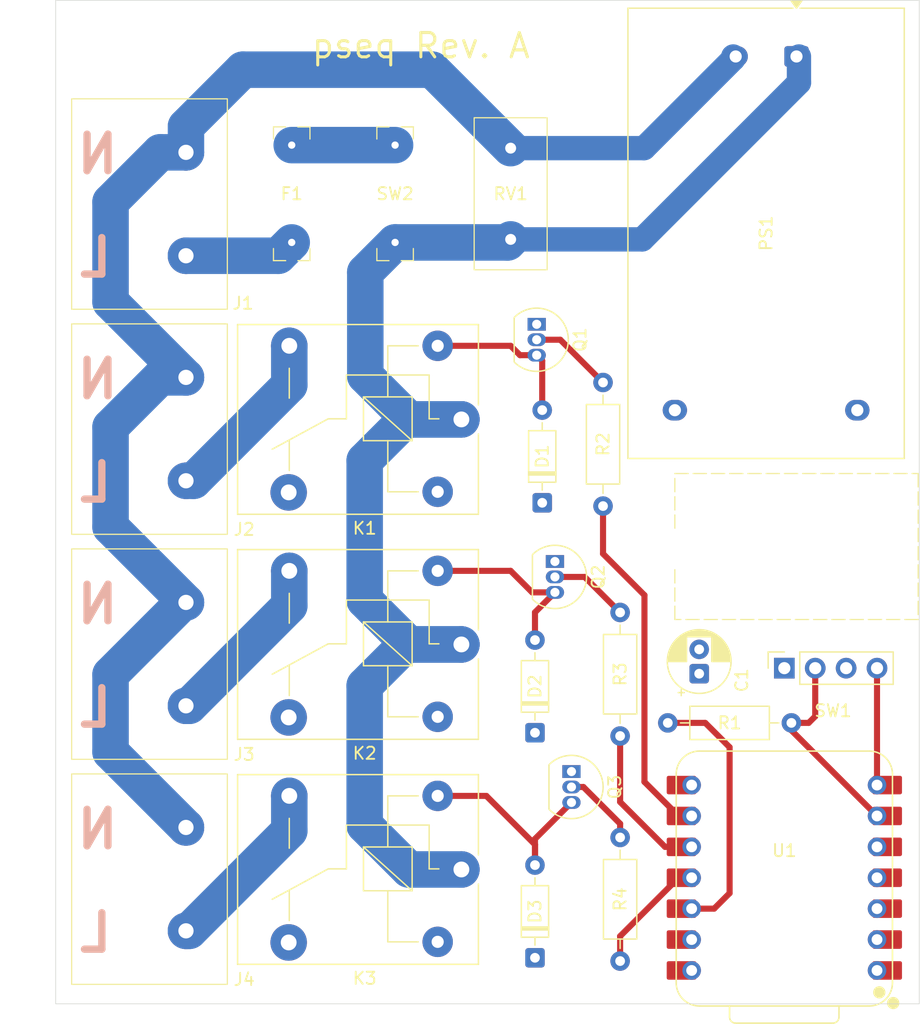
<source format=kicad_pcb>
(kicad_pcb
	(version 20241229)
	(generator "pcbnew")
	(generator_version "9.0")
	(general
		(thickness 1.6)
		(legacy_teardrops no)
	)
	(paper "A4")
	(title_block
		(title "pseq")
		(date "2025-10-08")
		(rev "A")
	)
	(layers
		(0 "F.Cu" signal)
		(4 "In1.Cu" power)
		(6 "In2.Cu" power)
		(2 "B.Cu" power)
		(9 "F.Adhes" user "F.Adhesive")
		(11 "B.Adhes" user "B.Adhesive")
		(13 "F.Paste" user)
		(15 "B.Paste" user)
		(5 "F.SilkS" user "F.Silkscreen")
		(7 "B.SilkS" user "B.Silkscreen")
		(1 "F.Mask" user)
		(3 "B.Mask" user)
		(17 "Dwgs.User" user "User.Drawings")
		(19 "Cmts.User" user "User.Comments")
		(21 "Eco1.User" user "User.Eco1")
		(23 "Eco2.User" user "User.Eco2")
		(25 "Edge.Cuts" user)
		(27 "Margin" user)
		(31 "F.CrtYd" user "F.Courtyard")
		(29 "B.CrtYd" user "B.Courtyard")
		(35 "F.Fab" user)
		(33 "B.Fab" user)
		(39 "User.1" user)
		(41 "User.2" user)
		(43 "User.3" user)
		(45 "User.4" user)
	)
	(setup
		(stackup
			(layer "F.SilkS"
				(type "Top Silk Screen")
			)
			(layer "F.Paste"
				(type "Top Solder Paste")
			)
			(layer "F.Mask"
				(type "Top Solder Mask")
				(thickness 0.01)
			)
			(layer "F.Cu"
				(type "copper")
				(thickness 0.035)
			)
			(layer "dielectric 1"
				(type "prepreg")
				(thickness 0.1)
				(material "FR4")
				(epsilon_r 4.5)
				(loss_tangent 0.02)
			)
			(layer "In1.Cu"
				(type "copper")
				(thickness 0.035)
			)
			(layer "dielectric 2"
				(type "core")
				(thickness 1.24)
				(material "FR4")
				(epsilon_r 4.5)
				(loss_tangent 0.02)
			)
			(layer "In2.Cu"
				(type "copper")
				(thickness 0.035)
			)
			(layer "dielectric 3"
				(type "prepreg")
				(thickness 0.1)
				(material "FR4")
				(epsilon_r 4.5)
				(loss_tangent 0.02)
			)
			(layer "B.Cu"
				(type "copper")
				(thickness 0.035)
			)
			(layer "B.Mask"
				(type "Bottom Solder Mask")
				(thickness 0.01)
			)
			(layer "B.Paste"
				(type "Bottom Solder Paste")
			)
			(layer "B.SilkS"
				(type "Bottom Silk Screen")
			)
			(copper_finish "None")
			(dielectric_constraints no)
		)
		(pad_to_mask_clearance 0)
		(allow_soldermask_bridges_in_footprints no)
		(tenting front back)
		(pcbplotparams
			(layerselection 0x00000000_00000000_55555555_5755f5ff)
			(plot_on_all_layers_selection 0x00000000_00000000_00000000_00000000)
			(disableapertmacros no)
			(usegerberextensions no)
			(usegerberattributes yes)
			(usegerberadvancedattributes yes)
			(creategerberjobfile yes)
			(dashed_line_dash_ratio 12.000000)
			(dashed_line_gap_ratio 3.000000)
			(svgprecision 4)
			(plotframeref no)
			(mode 1)
			(useauxorigin no)
			(hpglpennumber 1)
			(hpglpenspeed 20)
			(hpglpendiameter 15.000000)
			(pdf_front_fp_property_popups yes)
			(pdf_back_fp_property_popups yes)
			(pdf_metadata yes)
			(pdf_single_document no)
			(dxfpolygonmode yes)
			(dxfimperialunits yes)
			(dxfusepcbnewfont yes)
			(psnegative no)
			(psa4output no)
			(plot_black_and_white yes)
			(sketchpadsonfab no)
			(plotpadnumbers no)
			(hidednponfab no)
			(sketchdnponfab yes)
			(crossoutdnponfab yes)
			(subtractmaskfromsilk no)
			(outputformat 1)
			(mirror no)
			(drillshape 0)
			(scaleselection 1)
			(outputdirectory "rev-a/")
		)
	)
	(net 0 "")
	(net 1 "DC_GND")
	(net 2 "+5V")
	(net 3 "Net-(D1-A)")
	(net 4 "Net-(D2-A)")
	(net 5 "Net-(D3-A)")
	(net 6 "Net-(J1-Pin_1)")
	(net 7 "Net-(SW2-A)")
	(net 8 "AC_N")
	(net 9 "Net-(J2-Pin_1)")
	(net 10 "Net-(J3-Pin_1)")
	(net 11 "Net-(J4-Pin_1)")
	(net 12 "unconnected-(K1-Pad4)")
	(net 13 "AC_L")
	(net 14 "unconnected-(K2-Pad4)")
	(net 15 "unconnected-(K3-Pad4)")
	(net 16 "Net-(Q1-B)")
	(net 17 "Net-(Q2-B)")
	(net 18 "Net-(Q3-B)")
	(net 19 "BUTTON")
	(net 20 "LED")
	(net 21 "+3V3")
	(net 22 "Net-(U1-GPIO3{slash}MOSI)")
	(net 23 "Net-(U1-GPIO4{slash}MISO)")
	(net 24 "Net-(U1-GPIO2{slash}SCK)")
	(net 25 "unconnected-(U1-GPIO28{slash}ADC2{slash}A2-Pad3)")
	(net 26 "unconnected-(U1-GPIO27{slash}ADC1{slash}A1-Pad2)")
	(net 27 "unconnected-(U1-GPIO29{slash}ADC3{slash}A3-Pad4)")
	(net 28 "unconnected-(U1-GPIO6{slash}SDA-Pad5)")
	(net 29 "unconnected-(U1-GPIO26{slash}ADC0{slash}A0-Pad1)")
	(net 30 "unconnected-(U1-GPIO1{slash}RX-Pad8)")
	(footprint "custom:230v_2x" (layer "F.Cu") (at 103.5 69))
	(footprint "custom:KF8500_2p" (layer "F.Cu") (at 86.3075 78.095 180))
	(footprint "custom:KF8500_2p" (layer "F.Cu") (at 86.3075 96.595 180))
	(footprint "custom:KF8500_2p" (layer "F.Cu") (at 86.3075 133.595 180))
	(footprint "Resistor_THT:R_Axial_DIN0207_L6.3mm_D2.5mm_P10.16mm_Horizontal" (layer "F.Cu") (at 122 107.42 -90))
	(footprint "Diode_THT:D_DO-35_SOD27_P7.62mm_Horizontal" (layer "F.Cu") (at 115 135.81 90))
	(footprint "Resistor_THT:R_Axial_DIN0207_L6.3mm_D2.5mm_P10.16mm_Horizontal" (layer "F.Cu") (at 120.595 88.515 -90))
	(footprint "Relay_THT:Relay_SPDT_SANYOU_SRD_Series_Form_C" (layer "F.Cu") (at 108.95 110.05 180))
	(footprint "MountingHole:MountingHole_3.2mm_M3" (layer "F.Cu") (at 126.095 102.095))
	(footprint "custom:10D561K" (layer "F.Cu") (at 113 76.75 180))
	(footprint "Capacitor_THT:CP_Radial_D5.0mm_P2.00mm" (layer "F.Cu") (at 128.5 112.455113 90))
	(footprint "Seeed module footprints:XIAO-RP2040-DIP" (layer "F.Cu") (at 135.5 129.2315 180))
	(footprint "custom:KF8500_2p" (layer "F.Cu") (at 86.3075 115.095 180))
	(footprint "Diode_THT:D_DO-35_SOD27_P7.62mm_Horizontal" (layer "F.Cu") (at 115 117.31 90))
	(footprint "Relay_THT:Relay_SPDT_SANYOU_SRD_Series_Form_C" (layer "F.Cu") (at 108.95 128.55 180))
	(footprint "MountingHole:MountingHole_3.2mm_M3" (layer "F.Cu") (at 80.5 61.5))
	(footprint "Resistor_THT:R_Axial_DIN0207_L6.3mm_D2.5mm_P10.16mm_Horizontal" (layer "F.Cu") (at 122 125.92 -90))
	(footprint "Diode_THT:D_DO-35_SOD27_P7.62mm_Horizontal" (layer "F.Cu") (at 115.595 98.405 90))
	(footprint "Relay_THT:Relay_SPDT_SANYOU_SRD_Series_Form_C" (layer "F.Cu") (at 108.95 91.55 180))
	(footprint "Package_TO_SOT_THT:TO-92_Inline" (layer "F.Cu") (at 118 120.5 -90))
	(footprint "Connector_PinSocket_2.54mm:PinSocket_1x04_P2.54mm_Vertical" (layer "F.Cu") (at 135.5 112 90))
	(footprint "Converter_ACDC:Converter_ACDC_Hi-Link_HLK-PMxx" (layer "F.Cu") (at 136.5 61.7125 -90))
	(footprint "Resistor_THT:R_Axial_DIN0207_L6.3mm_D2.5mm_P10.16mm_Horizontal" (layer "F.Cu") (at 136.08 116.5 180))
	(footprint "Package_TO_SOT_THT:TO-92_Inline" (layer "F.Cu") (at 115.14 83.73 -90))
	(footprint "custom:230v_2x" (layer "F.Cu") (at 95 77 180))
	(footprint "Package_TO_SOT_THT:TO-92_Inline" (layer "F.Cu") (at 116.64 103.23 -90))
	(gr_rect
		(start 126.5 96)
		(end 146.5 108)
		(stroke
			(width 0.1)
			(type dash)
		)
		(fill no)
		(layer "F.SilkS")
		(uuid "76b96127-3d0c-49ff-b2b4-87857104e884")
	)
	(gr_rect
		(start 75.595 57.095)
		(end 146.595 139.595)
		(stroke
			(width 0.05)
			(type default)
		)
		(fill no)
		(layer "Edge.Cuts")
		(uuid "f16b0441-6736-4385-b56f-227cf1e87d21")
	)
	(gr_text "pseq Rev. A"
		(at 96.5 62 0)
		(layer "F.SilkS")
		(uuid "24840be7-84db-46d6-8c3c-2e7fdf373414")
		(effects
			(font
				(size 2 2)
				(thickness 0.25)
			)
			(justify left bottom)
		)
	)
	(gr_text "N"
		(at 81 127 0)
		(layer "B.SilkS")
		(uuid "10996a66-c832-4bd1-8ead-c3337b69f25a")
		(effects
			(font
				(size 3 3)
				(thickness 0.6)
				(bold yes)
			)
			(justify left bottom mirror)
		)
	)
	(gr_text "N"
		(at 81 71.5 0)
		(layer "B.SilkS")
		(uuid "43f2997e-92ca-4ab2-ac56-dec97b325d84")
		(effects
			(font
				(size 3 3)
				(thickness 0.6)
				(bold yes)
			)
			(justify left bottom mirror)
		)
	)
	(gr_text "L"
		(at 80.5 135.5 0)
		(layer "B.SilkS")
		(uuid "5a8dae96-b92f-4705-a02c-e6b39c82ff02")
		(effects
			(font
				(size 3 3)
				(thickness 0.6)
				(bold yes)
			)
			(justify left bottom mirror)
		)
	)
	(gr_text "L"
		(at 80.5 80 0)
		(layer "B.SilkS")
		(uuid "69c8fb03-ce38-4c26-9372-154bd100268e")
		(effects
			(font
				(size 3 3)
				(thickness 0.6)
				(bold yes)
			)
			(justify left bottom mirror)
		)
	)
	(gr_text "L"
		(at 80.5 98.5 0)
		(layer "B.SilkS")
		(uuid "6bf99979-53d1-410d-a3fd-795860d3f340")
		(effects
			(font
				(size 3 3)
				(thickness 0.6)
				(bold yes)
			)
			(justify left bottom mirror)
		)
	)
	(gr_text "N"
		(at 81 90 0)
		(layer "B.SilkS")
		(uuid "7c4a90dc-1538-40f4-8c29-7fe297928b8d")
		(effects
			(font
				(size 3 3)
				(thickness 0.6)
				(bold yes)
			)
			(justify left bottom mirror)
		)
	)
	(gr_text "L"
		(at 80.5 117 0)
		(layer "B.SilkS")
		(uuid "7ceb282f-63fa-4019-8324-896d2d1fc556")
		(effects
			(font
				(size 3 3)
				(thickness 0.6)
				(bold yes)
			)
			(justify left bottom mirror)
		)
	)
	(gr_text "N"
		(at 81 108.5 0)
		(layer "B.SilkS")
		(uuid "80ab1801-01ae-49ae-94bd-1a8b62fe4af4")
		(effects
			(font
				(size 3 3)
				(thickness 0.6)
				(bold yes)
			)
			(justify left bottom mirror)
		)
	)
	(segment
		(start 114.69 97.5)
		(end 115.595 98.405)
		(width 1)
		(layer "In1.Cu")
		(net 2)
		(uuid "2cba4eff-3912-4ac1-ad24-e8e35dc66b06")
	)
	(segment
		(start 107 116)
		(end 113.69 116)
		(width 1)
		(layer "In1.Cu")
		(net 2)
		(uuid "6a8b8c02-6810-4bc4-aacf-2cfd81633f7f")
	)
	(segment
		(start 107 134.5)
		(end 113.69 134.5)
		(width 1)
		(layer "In1.Cu")
		(net 2)
		(uuid "9af6f73e-011e-4095-9a6d-8be37bbcb07d")
	)
	(segment
		(start 113.69 116)
		(end 115 117.31)
		(width 1)
		(layer "In1.Cu")
		(net 2)
		(uuid "bd399423-ef28-48e3-8adc-c9dcc1e944a4")
	)
	(segment
		(start 113.69 134.5)
		(end 115 135.81)
		(width 1)
		(layer "In1.Cu")
		(net 2)
		(uuid "c6137f8f-e9bd-46ff-bc99-080e8fa054e9")
	)
	(segment
		(start 107 97.5)
		(end 114.69 97.5)
		(width 1)
		(layer "In1.Cu")
		(net 2)
		(uuid "fc250353-ebfc-41b4-bd16-39ad9963b930")
	)
	(segment
		(start 107 85.5)
		(end 113 85.5)
		(width 0.5)
		(layer "F.Cu")
		(net 3)
		(uuid "21bff2a7-a82d-460d-91df-055f9630064e")
	)
	(segment
		(start 115.595 86.725)
		(end 115.14 86.27)
		(width 0.5)
		(layer "F.Cu")
		(net 3)
		(uuid "37b75e6c-cc7e-4f54-8067-c17d34fea38a")
	)
	(segment
		(start 115.595 90.785)
		(end 115.595 86.725)
		(width 0.5)
		(layer "F.Cu")
		(net 3)
		(uuid "4711a0f6-98eb-4f33-ab0b-27b8d7fc7d2e")
	)
	(segment
		(start 113 85.5)
		(end 113.77 86.27)
		(width 0.5)
		(layer "F.Cu")
		(net 3)
		(uuid "8a7a1964-9150-4440-91d7-62aa82b8a11b")
	)
	(segment
		(start 113.77 86.27)
		(end 115.14 86.27)
		(width 0.5)
		(layer "F.Cu")
		(net 3)
		(uuid "c3329d16-c0a1-4d01-a40b-55f6c38f25ab")
	)
	(segment
		(start 116.64 105.77)
		(end 114.77 105.77)
		(width 0.5)
		(layer "F.Cu")
		(net 4)
		(uuid "173a5df0-3946-43c7-b8b8-c76efa64b97d")
	)
	(segment
		(start 115 109.69)
		(end 115 107.41)
		(width 0.5)
		(layer "F.Cu")
		(net 4)
		(uuid "57373f8b-96fe-4c19-84b7-f30e5459acf9")
	)
	(segment
		(start 113 104)
		(end 107 104)
		(width 0.5)
		(layer "F.Cu")
		(net 4)
		(uuid "c830d365-c015-4666-ba8b-54b083d91e23")
	)
	(segment
		(start 114.77 105.77)
		(end 113 104)
		(width 0.5)
		(layer "F.Cu")
		(net 4)
		(uuid "ebc6308f-36d3-4149-a204-1b3abaa693f5")
	)
	(segment
		(start 115 107.41)
		(end 116.64 105.77)
		(width 0.5)
		(layer "F.Cu")
		(net 4)
		(uuid "ff420ace-3248-42f5-b222-dd242eccbd2f")
	)
	(segment
		(start 115 126.04)
		(end 118 123.04)
		(width 0.5)
		(layer "F.Cu")
		(net 5)
		(uuid "0c8520ac-5210-44b6-9258-8e384178a47d")
	)
	(segment
		(start 115 126.5)
		(end 111 122.5)
		(width 0.5)
		(layer "F.Cu")
		(net 5)
		(uuid "13f2567c-d5de-4ff7-89da-9e371efe219d")
	)
	(segment
		(start 111 122.5)
		(end 107 122.5)
		(width 0.5)
		(layer "F.Cu")
		(net 5)
		(uuid "1de3593a-68d0-4b5b-a6b0-381adce50ae4")
	)
	(segment
		(start 115 128.19)
		(end 115 126.04)
		(width 0.5)
		(layer "F.Cu")
		(net 5)
		(uuid "c2499ae4-3964-406f-bbb8-e88a3e343a7e")
	)
	(segment
		(start 115 128.19)
		(end 115 126.5)
		(width 0.5)
		(layer "F.Cu")
		(net 5)
		(uuid "da7d35aa-4b7e-43b4-b475-0fb3f7efb049")
	)
	(segment
		(start 86.3075 78.095)
		(end 93.905 78.095)
		(width 3)
		(layer "B.Cu")
		(net 6)
		(uuid "796ddaa8-6724-4d66-97fe-8927f8e6ce45")
	)
	(segment
		(start 93.905 78.095)
		(end 95 77)
		(width 3)
		(layer "B.Cu")
		(net 6)
		(uuid "a8e3af2b-2224-4920-b5ad-fc0112aa3e64")
	)
	(segment
		(start 95 69)
		(end 103.5 69)
		(width 3)
		(layer "B.Cu")
		(net 7)
		(uuid "788acfb8-19bc-4953-934b-b70b4cbca962")
	)
	(segment
		(start 86.3075 69.595)
		(end 84.18618 69.595)
		(width 3)
		(layer "B.Cu")
		(net 8)
		(uuid "0877249b-3649-4129-af6b-c548673287a6")
	)
	(segment
		(start 131.299 61.9135)
		(end 131.299 61.7125)
		(width 2)
		(layer "B.Cu")
		(net 8)
		(uuid "12a65dac-9584-4c7c-8dfe-5cba10f312b3")
	)
	(segment
		(start 80.1065 92.17468)
		(end 80.1065 100.394)
		(width 3)
		(layer "B.Cu")
		(net 8)
		(uuid "2ef0209a-e788-4b34-a788-ddbb45207208")
	)
	(segment
		(start 80.1065 118.894)
		(end 86.3075 125.095)
		(width 3)
		(layer "B.Cu")
		(net 8)
		(uuid "31561b16-ad24-4e3c-bf3a-1bc764de165d")
	)
	(segment
		(start 80.1065 81.894)
		(end 86.3075 88.095)
		(width 3)
		(layer "B.Cu")
		(net 8)
		(uuid "46084e2f-f5f5-4621-aaf8-7db1e31f8bc4")
	)
	(segment
		(start 80.1065 112.526461)
		(end 80.1065 118.894)
		(width 3)
		(layer "B.Cu")
		(net 8)
		(uuid "6252ab9e-e859-4a1c-b315-2120a10c3ecf")
	)
	(segment
		(start 80.1065 100.394)
		(end 86.3075 106.595)
		(width 3)
		(layer "B.Cu")
		(net 8)
		(uuid "6da44706-11db-49ca-9c75-2c394798a52e")
	)
	(segment
		(start 86.3075 69.595)
		(end 86.3075 67.47368)
		(width 3)
		(layer "B.Cu")
		(net 8)
		(uuid "7bfb6b03-e8fe-43c7-aad5-9d9b330729d1")
	)
	(segment
		(start 84.18618 88.095)
		(end 80.1065 92.17468)
		(width 3)
		(layer "B.Cu")
		(net 8)
		(uuid "88773d86-bfec-4718-a21d-590aaa830f02")
	)
	(segment
		(start 90.98218 62.799)
		(end 106.549 62.799)
		(width 3)
		(layer "B.Cu")
		(net 8)
		(uuid "ae1bbf3e-993f-49ae-a6fe-4fd136698c30")
	)
	(segment
		(start 86.3075 67.47368)
		(end 90.98218 62.799)
		(width 3)
		(layer "B.Cu")
		(net 8)
		(uuid "b460ead8-8eec-4bc8-878d-43ccc89d83a7")
	)
	(segment
		(start 86.3075 106.595)
		(end 86.037961 106.595)
		(width 3)
		(layer "B.Cu")
		(net 8)
		(uuid "bdcd7fed-ca4c-4ba6-93cb-4c7c1abfe7d9")
	)
	(segment
		(start 123.9625 69.25)
		(end 131.299 61.9135)
		(width 2)
		(layer "B.Cu")
		(net 8)
		(uuid "c093be6c-b669-4b81-8698-17915818305d")
	)
	(segment
		(start 80.1065 73.67468)
		(end 80.1065 81.894)
		(width 3)
		(layer "B.Cu")
		(net 8)
		(uuid "c7e5a0c4-cde8-4ee2-bf91-ec0a2684fc8d")
	)
	(segment
		(start 84.18618 69.595)
		(end 80.1065 73.67468)
		(width 3)
		(layer "B.Cu")
		(net 8)
		(uuid "cbab3865-e902-4c21-91dd-443c67ec9fd4")
	)
	(segment
		(start 113 69.25)
		(end 123.9625 69.25)
		(width 2)
		(layer "B.Cu")
		(net 8)
		(uuid "cbfec748-a567-4fb9-a859-453f42414941")
	)
	(segment
		(start 86.3075 88.095)
		(end 84.18618 88.095)
		(width 3)
		(layer "B.Cu")
		(net 8)
		(uuid "e1c0ad0e-8ad4-465d-98cf-ef9ae9aedda5")
	)
	(segment
		(start 86.037961 106.595)
		(end 80.1065 112.526461)
		(width 3)
		(layer "B.Cu")
		(net 8)
		(uuid "ea9bbeb1-3a13-4cff-a152-bb3e043173bc")
	)
	(segment
		(start 106.549 62.799)
		(end 113 69.25)
		(width 3)
		(layer "B.Cu")
		(net 8)
		(uuid "f4fa6535-96f9-4875-a51c-ab61550fddfe")
	)
	(segment
		(start 86.935461 96.595)
		(end 86.3075 96.595)
		(width 3)
		(layer "B.Cu")
		(net 9)
		(uuid "20ebc52a-f402-419c-8723-9ff1a0c41bde")
	)
	(segment
		(start 94.8 88.730461)
		(end 86.935461 96.595)
		(width 3)
		(layer "B.Cu")
		(net 9)
		(uuid "26df3c3c-2439-4e49-9c86-9dc234ef2b62")
	)
	(segment
		(start 94.8 85.5)
		(end 94.8 88.730461)
		(width 3)
		(layer "B.Cu")
		(net 9)
		(uuid "db6a0712-cf62-4d81-89d6-ec4144d69773")
	)
	(segment
		(start 94.8 104)
		(end 94.8 106.872038)
		(width 3)
		(layer "B.Cu")
		(net 10)
		(uuid "34fb9a1d-e842-4492-8d51-3d43a3724e82")
	)
	(segment
		(start 86.577038 115.095)
		(end 86.3075 115.095)
		(width 3)
		(layer "B.Cu")
		(net 10)
		(uuid "3bf91876-3f6a-467c-a8b1-4e029ec56c4f")
	)
	(segment
		(start 94.8 106.872038)
		(end 86.577038 115.095)
		(width 3)
		(layer "B.Cu")
		(net 10)
		(uuid "f2caa47c-ef9e-434a-86c5-f45289e701e7")
	)
	(segment
		(start 94.8 125.372038)
		(end 86.577038 133.595)
		(width 3)
		(layer "B.Cu")
		(net 11)
		(uuid "2573c2e6-0c91-43ad-bab9-0d86b9d270e0")
	)
	(segment
		(start 86.577038 133.595)
		(end 86.3075 133.595)
		(width 3)
		(layer "B.Cu")
		(net 11)
		(uuid "e95ff786-a084-474e-8a6b-11e7c3b326dc")
	)
	(segment
		(start 94.8 122.5)
		(end 94.8 125.372038)
		(width 3)
		(layer "B.Cu")
		(net 11)
		(uuid "f37ebb5d-38a4-4710-a14f-753106fdf9db")
	)
	(segment
		(start 103.5 77)
		(end 112.75 77)
		(width 3)
		(layer "B.Cu")
		(net 13)
		(uuid "0c627e63-7767-4cef-a03b-8648f912107f")
	)
	(segment
		(start 112.75 77)
		(end 113 76.75)
		(width 3)
		(layer "B.Cu")
		(net 13)
		(uuid "1295516b-e7c3-4c65-a562-0afd983be4da")
	)
	(segment
		(start 104.382461 91.55)
		(end 101 94.932461)
		(width 3)
		(layer "B.Cu")
		(net 13)
		(uuid "34db189f-55ff-4510-ab74-610d8f006d8e")
	)
	(segment
		(start 101 124.915985)
		(end 104.634015 128.55)
		(width 3)
		(layer "B.Cu")
		(net 13)
		(uuid "56520e58-2d8b-48b2-88a5-3efed1ab54ff")
	)
	(segment
		(start 101 113.432461)
		(end 101 124.915985)
		(width 3)
		(layer "B.Cu")
		(net 13)
		(uuid "6305375f-489d-408c-82fa-fe950f507af3")
	)
	(segment
		(start 101.049 87.964985)
		(end 104.634015 91.55)
		(width 3)
		(layer "B.Cu")
		(net 13)
		(uuid "6980fd36-f58a-4eed-a5f4-60cf2b0deaaa")
	)
	(segment
		(start 136.701 63.866824)
		(end 136.701 61.7125)
		(width 2)
		(layer "B.Cu")
		(net 13)
		(uuid "7035c71f-34ff-4136-9d39-2c01a73f125c")
	)
	(segment
		(start 103.5 77)
		(end 101.049 79.451)
		(width 3)
		(layer "B.Cu")
		(net 13)
		(uuid "89d76140-27bc-4816-9dbf-38af24ca6b19")
	)
	(segment
		(start 101 94.932461)
		(end 101 106.415985)
		(width 3)
		(layer "B.Cu")
		(net 13)
		(uuid "98803d3d-d43b-46e9-b9ac-bf549c2bc435")
	)
	(segment
		(start 123.817824 76.75)
		(end 136.701 63.866824)
		(width 2)
		(layer "B.Cu")
		(net 13)
		(uuid "a51d9b98-41dd-4170-8b5e-2e8d0f091ba5")
	)
	(segment
		(start 101.049 79.451)
		(end 101.049 87.964985)
		(width 3)
		(layer "B.Cu")
		(net 13)
		(uuid "aed2d17f-674e-4343-9967-3ecf280bf7cc")
	)
	(segment
		(start 108.95 110.05)
		(end 104.382461 110.05)
		(width 3)
		(layer "B.Cu")
		(net 13)
		(uuid "c7b4cf3a-3142-4d6e-b47e-640a6168f40b")
	)
	(segment
		(start 104.382461 110.05)
		(end 101 113.432461)
		(width 3)
		(layer "B.Cu")
		(net 13)
		(uuid "cc926766-1999-4b47-ad0c-8ac78ec94ebd")
	)
	(segment
		(start 108.95 91.55)
		(end 104.382461 91.55)
		(width 3)
		(layer "B.Cu")
		(net 13)
		(uuid "cd6435d3-085b-44af-b6eb-0000b9c22b21")
	)
	(segment
		(start 104.634015 128.55)
		(end 108.95 128.55)
		(width 3)
		(layer "B.Cu")
		(net 13)
		(uuid "d86f680b-5441-4a55-af47-51e41c335693")
	)
	(segment
		(start 104.634015 110.05)
		(end 108.95 110.05)
		(width 3)
		(layer "B.Cu")
		(net 13)
		(uuid "e4d11cf0-f020-4843-9a0a-da6288bbf21b")
	)
	(segment
		(start 101 106.415985)
		(end 104.634015 110.05)
		(width 3)
		(layer "B.Cu")
		(net 13)
		(uuid "ea195f40-cc5c-4f40-bbe6-438553ed606d")
	)
	(segment
		(start 104.634015 91.55)
		(end 108.95 91.55)
		(width 3)
		(layer "B.Cu")
		(net 13)
		(uuid "eb835dad-2f73-41a9-b170-d02b3b643cc2")
	)
	(segment
		(start 113 76.75)
		(end 123.817824 76.75)
		(width 2)
		(layer "B.Cu")
		(net 13)
		(uuid "f32ab8df-71ac-460d-a959-635a10828cde")
	)
	(segment
		(start 120.595 88.515)
		(end 117.08 85)
		(width 0.5)
		(layer "F.Cu")
		(net 16)
		(uuid "744a8354-ce29-46ce-b8fb-6a10dadb1ed7")
	)
	(segment
		(start 117.08 85)
		(end 115.14 85)
		(width 0.5)
		(layer "F.Cu")
		(net 16)
		(uuid "af09984b-1255-4ba3-a3cf-3d0beac0d047")
	)
	(segment
		(start 119.08 104.5)
		(end 116.64 104.5)
		(width 0.5)
		(layer "F.Cu")
		(net 17)
		(uuid "70affd72-14b0-4445-9b73-61026f01a8d6")
	)
	(segment
		(start 122 107.42)
		(end 119.08 104.5)
		(width 0.5)
		(layer "F.Cu")
		(net 17)
		(uuid "a7de9d51-b7e0-49f8-b63e-d81118fc52a1")
	)
	(segment
		(start 122 124.78863)
		(end 118.98137 121.77)
		(width 0.5)
		(layer "F.Cu")
		(net 18)
		(uuid "01b03929-174b-47b6-9837-c4c040c36f6b")
	)
	(segment
		(start 118.98137 121.77)
		(end 118 121.77)
		(width 0.5)
		(layer "F.Cu")
		(net 18)
		(uuid "88967ebf-3fce-4692-8e8c-84c49e04725b")
	)
	(segment
		(start 122 125.92)
		(end 122 124.78863)
		(width 0.5)
		(layer "F.Cu")
		(net 18)
		(uuid "d9a53c27-1c52-4c36-8d0f-6d2d24af7d2e")
	)
	(segment
		(start 138.04 115.96)
		(end 137.5 116.5)
		(width 0.5)
		(layer "F.Cu")
		(net 19)
		(uuid "10307fac-5da3-44c1-a6ba-b766fc05f9d1")
	)
	(segment
		(start 143.12 124.1515)
		(end 136.08 117.1115)
		(width 0.5)
		(layer "F.Cu")
		(net 19)
		(uuid "22c94700-85b1-4a23-9291-16daa7d4dfcd")
	)
	(segment
		(start 138.04 112)
		(end 138.04 115.96)
		(width 0.5)
		(layer "F.Cu")
		(net 19)
		(uuid "7d1ad502-390d-4cbe-bcfe-37fa463dbcbb")
	)
	(segment
		(start 137.5 116.5)
		(end 136.08 116.5)
		(width 0.5)
		(layer "F.Cu")
		(net 19)
		(uuid "b603a66a-7a4a-42ff-a07e-fb48766e0c91")
	)
	(segment
		(start 136.08 117.1115)
		(end 136.08 116.5)
		(width 0.5)
		(layer "F.Cu")
		(net 19)
		(uuid "c7096805-8cc7-4749-ad5e-d87e9cec455e")
	)
	(segment
		(start 143.12 112)
		(end 143.12 121.6115)
		(width 0.5)
		(layer "F.Cu")
		(net 20)
		(uuid "1f75cdd9-edc9-4828-943f-5781c3670720")
	)
	(segment
		(start 131 118.5)
		(end 129 116.5)
		(width 0.5)
		(layer "F.Cu")
		(net 21)
		(uuid "092ecf74-394f-422b-829a-aa60366745ce")
	)
	(segment
		(start 131 130.5)
		(end 131 118.5)
		(width 0.5)
		(layer "F.Cu")
		(net 21)
		(uuid "115b9f88-5663-41a1-b126-c6543ccdbb3a")
	)
	(segment
		(start 127.88 131.7715)
		(end 129.7285 131.7715)
		(width 0.5)
		(layer "F.Cu")
		(net 21)
		(uuid "18a18ee1-b898-4be8-9131-476b1cc18d68")
	)
	(segment
		(start 129.7285 131.7715)
		(end 131 130.5)
		(width 0.5)
		(layer "F.Cu")
		(net 21)
		(uuid "1e8ac04d-0542-4f23-a853-9ecbbf6984ad")
	)
	(segment
		(start 129 116.5)
		(end 125.92 116.5)
		(width 0.5)
		(layer "F.Cu")
		(net 21)
		(uuid "f8e79ba0-4d3e-461d-8533-b0c6fe92671d")
	)
	(segment
		(start 122 136.08)
		(end 122 134.03387)
		(width 0.5)
		(layer "F.Cu")
		(net 22)
		(uuid "b7c88d07-3e32-41b5-b91e-097c129fb560")
	)
	(segment
		(start 126.80237 129.2315)
		(end 127.88 129.2315)
		(width 0.5)
		(layer "F.Cu")
		(net 22)
		(uuid "c26711fd-1120-4ddb-97ec-d0c8138b477b")
	)
	(segment
		(start 122 134.03387)
		(end 126.80237 129.2315)
		(width 0.5)
		(layer "F.Cu")
		(net 22)
		(uuid "f9e91053-d40e-405f-8250-32ff575a9b20")
	)
	(segment
		(start 125.6915 126.6915)
		(end 122 123)
		(width 0.5)
		(layer "F.Cu")
		(net 23)
		(uuid "72d62b38-c90b-4b5a-bfa6-6c3ed27ec992")
	)
	(segment
		(start 127.88 126.6915)
		(end 125.6915 126.6915)
		(width 0.5)
		(layer "F.Cu")
		(net 23)
		(uuid "981dbeb5-0cbe-4016-870d-f20aeca5341e")
	)
	(segment
		(start 122 123)
		(end 122 117.58)
		(width 0.5)
		(layer "F.Cu")
		(net 23)
		(uuid "a43240f4-de1f-4fc6-8ecf-d747e0bff599")
	)
	(segment
		(start 127.88 124.1515)
		(end 126.80237 124.1515)
		(width 0.5)
		(layer "F.Cu")
		(net 24)
		(uuid "04b1c584-abbd-40ec-88f2-184faf568bc7")
	)
	(segment
		(start 126.80237 124.1515)
		(end 124 121.34913)
		(width 0.5)
		(layer "F.Cu")
		(net 24)
		(uuid "0cbb0761-50b4-4aec-a82c-0711acbb3a3e")
	)
	(segment
		(start 124 121.34913)
		(end 124 106)
		(width 0.5)
		(layer "F.Cu")
		(net 24)
		(uuid "2c6e2d21-921f-4c44-a547-fd306e8dd5e0")
	)
	(segment
		(start 120.595 102.595)
		(end 120.595 98.675)
		(width 0.5)
		(layer "F.Cu")
		(net 24)
		(uuid "a094148a-84a7-494a-a540-41cecfd2fa57")
	)
	(segment
		(start 124 106)
		(end 120.595 102.595)
		(width 0.5)
		(layer "F.Cu")
		(net 24)
		(uuid "e57ad498-368b-450d-8501-2c90fca6f9a7")
	)
	(zone
		(net 2)
		(net_name "+5V")
		(layer "In1.Cu")
		(uuid "142aa200-a49c-4afc-bc6f-df912ae98cd8")
		(name "VDC")
		(hatch edge 0.5)
		(connect_pads
			(clearance 0.5)
		)
		(min_thickness 0.25)
		(filled_areas_thickness no)
		(fill yes
			(thermal_gap 0.5)
			(thermal_bridge_width 0.5)
		)
		(polygon
			(pts
				(xy 114 96) (xy 114 139.5) (xy 146.5 139.5) (xy 146.5 81.5) (xy 114 81.5) (xy 114 96)
			)
		)
		(filled_polygon
			(layer "In1.Cu")
			(pts
				(xy 146.037539 81.519685) (xy 146.083294 81.572489) (xy 146.0945 81.624) (xy 146.0945 138.9705)
				(xy 146.074815 139.037539) (xy 146.022011 139.083294) (xy 145.9705 139.0945) (xy 114.124 139.0945)
				(xy 114.056961 139.074815) (xy 114.011206 139.022011) (xy 114 138.9705) (xy 114 137.172709) (xy 114.019685 137.10567)
				(xy 114.072489 137.059915) (xy 114.141647 137.049971) (xy 114.163004 137.055003) (xy 114.297302 137.099505)
				(xy 114.297309 137.099506) (xy 114.400019 137.109999) (xy 114.749999 137.109999) (xy 114.75 137.109998)
				(xy 114.75 136.125686) (xy 114.754394 136.13008) (xy 114.845606 136.182741) (xy 114.947339 136.21)
				(xy 115.052661 136.21) (xy 115.154394 136.182741) (xy 115.245606 136.13008) (xy 115.25 136.125686)
				(xy 115.25 137.109999) (xy 115.599972 137.109999) (xy 115.599986 137.109998) (xy 115.702697 137.099505)
				(xy 115.869119 137.044358) (xy 115.869124 137.044356) (xy 116.018345 136.952315) (xy 116.142315 136.828345)
				(xy 116.234356 136.679124) (xy 116.234358 136.679119) (xy 116.289505 136.512697) (xy 116.289506 136.51269)
				(xy 116.299999 136.409986) (xy 116.3 136.409973) (xy 116.3 136.06) (xy 115.315686 136.06) (xy 115.32008 136.055606)
				(xy 115.365089 135.977648) (xy 120.6995 135.977648) (xy 120.6995 136.182352) (xy 120.700722 136.190067)
				(xy 120.731522 136.384534) (xy 120.794781 136.579223) (xy 120.845684 136.679124) (xy 120.882907 136.752178)
				(xy 120.887715 136.761613) (xy 121.008028 136.927213) (xy 121.152786 137.071971) (xy 121.291443 137.172709)
				(xy 121.31839 137.192287) (xy 121.434607 137.251503) (xy 121.500776 137.285218) (xy 121.500778 137.285218)
				(xy 121.500781 137.28522) (xy 121.605137 137.319127) (xy 121.695465 137.348477) (xy 121.796557 137.364488)
				(xy 121.897648 137.3805) (xy 121.897649 137.3805) (xy 122.102351 137.3805) (xy 122.102352 137.3805)
				(xy 122.304534 137.348477) (xy 122.499219 137.28522) (xy 122.68161 137.192287) (xy 122.800829 137.10567)
				(xy 122.847213 137.071971) (xy 122.847215 137.071968) (xy 122.847219 137.071966) (xy 122.991966 136.927219)
				(xy 122.991968 136.927215) (xy 122.991971 136.927213) (xy 123.046979 136.851499) (xy 123.112287 136.76161)
				(xy 123.20522 136.579219) (xy 123.268477 136.384534) (xy 123.3005 136.182352) (xy 123.3005 135.977648)
				(xy 123.298401 135.964394) (xy 123.268477 135.775465) (xy 123.217991 135.620087) (xy 123.20522 135.580781)
				(xy 123.205218 135.580778) (xy 123.205218 135.580776) (xy 123.149291 135.471015) (xy 123.112287 135.39839)
				(xy 123.104556 135.387749) (xy 122.991971 135.232786) (xy 122.847213 135.088028) (xy 122.681613 134.967715)
				(xy 122.681612 134.967714) (xy 122.68161 134.967713) (xy 122.624653 134.938691) (xy 122.499223 134.874781)
				(xy 122.304534 134.811522) (xy 122.129995 134.783878) (xy 122.102352 134.7795) (xy 121.897648 134.7795)
				(xy 121.873329 134.783351) (xy 121.695465 134.811522) (xy 121.500776 134.874781) (xy 121.318386 134.967715)
				(xy 121.152786 135.088028) (xy 121.008028 135.232786) (xy 120.887715 135.398386) (xy 120.794781 135.580776)
				(xy 120.731522 135.775465) (xy 120.701599 135.964394) (xy 120.6995 135.977648) (xy 115.365089 135.977648)
				(xy 115.372741 135.964394) (xy 115.4 135.862661) (xy 115.4 135.757339) (xy 115.372741 135.655606)
				(xy 115.32008 135.564394) (xy 115.315686 135.56) (xy 116.299999 135.56) (xy 116.299999 135.210028)
				(xy 116.299998 135.210013) (xy 116.289505 135.107302) (xy 116.234358 134.94088) (xy 116.234356 134.940875)
				(xy 116.142315 134.791654) (xy 116.018345 134.667684) (xy 115.869124 134.575643) (xy 115.869119 134.575641)
				(xy 115.702697 134.520494) (xy 115.70269 134.520493) (xy 115.599986 134.51) (xy 115.25 134.51) (xy 115.25 135.494314)
				(xy 115.245606 135.48992) (xy 115.154394 135.437259) (xy 115.052661 135.41) (xy 114.947339 135.41)
				(xy 114.845606 135.437259) (xy 114.754394 135.48992) (xy 114.75 135.494314) (xy 114.75 134.51) (xy 114.400028 134.51)
				(xy 114.400012 134.510001) (xy 114.297302 134.520494) (xy 114.163004 134.564996) (xy 114.093175 134.567398)
				(xy 114.033134 134.531666) (xy 114.001941 134.469145) (xy 114 134.44729) (xy 114 129.314328) (xy 114.019685 129.247289)
				(xy 114.072489 129.201534) (xy 114.141647 129.19159) (xy 114.196885 129.21401) (xy 114.306039 129.293313)
				(xy 114.31839 129.302287) (xy 114.434607 129.361503) (xy 114.500776 129.395218) (xy 114.500778 129.395218)
				(xy 114.500781 129.39522) (xy 114.605137 129.429127) (xy 114.695465 129.458477) (xy 114.796557 129.474488)
				(xy 114.897648 129.4905) (xy 114.897649 129.4905) (xy 115.102351 129.4905) (xy 115.102352 129.4905)
				(xy 115.304534 129.458477) (xy 115.499219 129.39522) (xy 115.68161 129.302287) (xy 115.833973 129.19159)
				(xy 115.847213 129.181971) (xy 115.847215 129.181968) (xy 115.847219 129.181966) (xy 115.991966 129.037219)
				(xy 115.991968 129.037215) (xy 115.991971 129.037213) (xy 116.065604 128.935864) (xy 116.112287 128.87161)
				(xy 116.20522 128.689219) (xy 116.268477 128.494534) (xy 116.3005 128.292352) (xy 116.3005 128.087648)
				(xy 116.290421 128.02401) (xy 116.268477 127.885465) (xy 116.205218 127.690776) (xy 116.171503 127.624607)
				(xy 116.112287 127.50839) (xy 116.104556 127.497749) (xy 115.991971 127.342786) (xy 115.847213 127.198028)
				(xy 115.681613 127.077715) (xy 115.681612 127.077714) (xy 115.68161 127.077713) (xy 115.592451 127.032284)
				(xy 115.499223 126.984781) (xy 115.304534 126.921522) (xy 115.129995 126.893878) (xy 115.102352 126.8895)
				(xy 114.897648 126.8895) (xy 114.873329 126.893351) (xy 114.695465 126.921522) (xy 114.500776 126.984781)
				(xy 114.318387 127.077714) (xy 114.196884 127.16599) (xy 114.131078 127.189469) (xy 114.063024 127.173643)
				(xy 114.01433 127.123537) (xy 114 127.065671) (xy 114 125.817648) (xy 120.6995 125.817648) (xy 120.6995 126.022352)
				(xy 120.700681 126.029806) (xy 120.731522 126.224534) (xy 120.794781 126.419223) (xy 120.858691 126.544653)
				(xy 120.882887 126.592139) (xy 120.887715 126.601613) (xy 121.008028 126.767213) (xy 121.152786 126.911971)
				(xy 121.307749 127.024556) (xy 121.31839 127.032287) (xy 121.434607 127.091503) (xy 121.500776 127.125218)
				(xy 121.500778 127.125218) (xy 121.500781 127.12522) (xy 121.605137 127.159127) (xy 121.695465 127.188477)
				(xy 121.796557 127.204488) (xy 121.897648 127.2205) (xy 121.897649 127.2205) (xy 122.102351 127.2205)
				(xy 122.102352 127.2205) (xy 122.304534 127.188477) (xy 122.499219 127.12522) (xy 122.68161 127.032287)
				(xy 122.77459 126.964732) (xy 122.847213 126.911971) (xy 122.847215 126.911968) (xy 122.847219 126.911966)
				(xy 122.991966 126.767219) (xy 122.991968 126.767215) (xy 122.991971 126.767213) (xy 123.044732 126.69459)
				(xy 123.112287 126.60161) (xy 123.20522 126.419219) (xy 123.268477 126.224534) (xy 123.3005 126.022352)
				(xy 123.3005 125.817648) (xy 123.268477 125.615465) (xy 123.217991 125.460087) (xy 123.20522 125.420781)
				(xy 123.205218 125.420778) (xy 123.205218 125.420776) (xy 123.149291 125.311015) (xy 123.112287 125.23839)
				(xy 123.104556 125.227749) (xy 122.991971 125.072786) (xy 122.847213 124.928028) (xy 122.681613 124.807715)
				(xy 122.681612 124.807714) (xy 122.68161 124.807713) (xy 122.624653 124.778691) (xy 122.499223 124.714781)
				(xy 122.304534 124.651522) (xy 122.129995 124.623878) (xy 122.102352 124.6195) (xy 121.897648 124.6195)
				(xy 121.873329 124.623351) (xy 121.695465 124.651522) (xy 121.500776 124.714781) (xy 121.318386 124.807715)
				(xy 121.152786 124.928028) (xy 121.008028 125.072786) (xy 120.887715 125.238386) (xy 120.794781 125.420776)
				(xy 120.731522 125.615465) (xy 120.6995 125.817648) (xy 114 125.817648) (xy 114 119.927135) (xy 116.7495 119.927135)
				(xy 116.7495 121.07287) (xy 116.749501 121.072876) (xy 116.755908 121.132483) (xy 116.806202 121.267328)
				(xy 116.806203 121.26733) (xy 116.806204 121.267331) (xy 116.807028 121.268432) (xy 116.807509 121.269721)
				(xy 116.810454 121.275114) (xy 116.809678 121.275537) (xy 116.831448 121.333895) (xy 116.822325 121.390198)
				(xy 116.78891 121.470868) (xy 116.788907 121.47088) (xy 116.7495 121.668992) (xy 116.7495 121.871007)
				(xy 116.788907 122.069119) (xy 116.788909 122.069127) (xy 116.866213 122.255755) (xy 116.919904 122.336109)
				(xy 116.940782 122.402787) (xy 116.922297 122.470167) (xy 116.919904 122.473891) (xy 116.866213 122.554244)
				(xy 116.788909 122.740872) (xy 116.788907 122.74088) (xy 116.7495 122.938992) (xy 116.7495 123.141007)
				(xy 116.788907 123.339119) (xy 116.788909 123.339127) (xy 116.866212 123.525752) (xy 116.866217 123.525762)
				(xy 116.978441 123.693718) (xy 117.121281 123.836558) (xy 117.289237 123.948782) (xy 117.289241 123.948784)
				(xy 117.289244 123.948786) (xy 117.475873 124.026091) (xy 117.673992 124.065499) (xy 117.673996 124.0655)
				(xy 117.673997 124.0655) (xy 118.326004 124.0655) (xy 118.326005 124.065499) (xy 118.524127 124.026091)
				(xy 118.710756 123.948786) (xy 118.878718 123.836558) (xy 119.021558 123.693718) (xy 119.133786 123.525756)
				(xy 119.211091 123.339127) (xy 119.2505 123.141003) (xy 119.2505 122.938997) (xy 119.211091 122.740873)
				(xy 119.133786 122.554244) (xy 119.080094 122.473889) (xy 119.059217 122.407214) (xy 119.077701 122.339834)
				(xy 119.080078 122.336134) (xy 119.133786 122.255756) (xy 119.211091 122.069127) (xy 119.2505 121.871003)
				(xy 119.2505 121.668997) (xy 119.250336 121.668174) (xy 119.224508 121.538321) (xy 119.224505 121.538313)
				(xy 119.219299 121.512139) (xy 126.6175 121.512139) (xy 126.6175 121.71086) (xy 126.648587 121.907137)
				(xy 126.709993 122.096129) (xy 126.709994 122.096132) (xy 126.791326 122.255753) (xy 126.800213 122.273194)
				(xy 126.917019 122.433964) (xy 127.057536 122.574481) (xy 127.218306 122.691287) (xy 127.315622 122.740872)
				(xy 127.37478 122.771015) (xy 127.425576 122.81899) (xy 127.442371 122.886811) (xy 127.419833 122.952946)
				(xy 127.37478 122.991985) (xy 127.218305 123.071713) (xy 127.057533 123.188521) (xy 126.917021 123.329033)
				(xy 126.800213 123.489805) (xy 126.709994 123.666867) (xy 126.709993 123.66687) (xy 126.648587 123.855862)
				(xy 126.6175 124.052139) (xy 126.6175 124.25086) (xy 126.648587 124.447137) (xy 126.709993 124.636129)
				(xy 126.709994 124.636132) (xy 126.79742 124.807713) (xy 126.800213 124.813194) (xy 126.917019 124.973964)
				(xy 127.057536 125.114481) (xy 127.218306 125.231287) (xy 127.336832 125.291679) (xy 127.37478 125.311015)
				(xy 127.425576 125.35899) (xy 127.442371 125.426811) (xy 127.419833 125.492946) (xy 127.37478 125.531985)
				(xy 127.218305 125.611713) (xy 127.057533 125.728521) (xy 126.917021 125.869033) (xy 126.800213 126.029805)
				(xy 126.709994 126.206867) (xy 126.709993 126.20687) (xy 126.648587 126.395862) (xy 126.6175 126.592139)
				(xy 126.6175 126.79086) (xy 126.648587 126.987137) (xy 126.709993 127.176129) (xy 126.709994 127.176132)
				(xy 126.794907 127.342781) (xy 126.800213 127.353194) (xy 126.917019 127.513964) (xy 127.057536 127.654481)
				(xy 127.218306 127.771287) (xy 127.336832 127.831679) (xy 127.37478 127.851015) (xy 127.425576 127.89899)
				(xy 127.442371 127.966811) (xy 127.419833 128.032946) (xy 127.37478 128.071985) (xy 127.218305 128.151713)
				(xy 127.057533 128.268521) (xy 126.917021 128.409033) (xy 126.800213 128.569805) (xy 126.709994 128.746867)
				(xy 126.709993 128.74687) (xy 126.648587 128.935862) (xy 126.648587 128.935864) (xy 126.6175 129.132139)
				(xy 126.6175 129.330861) (xy 126.633043 129.428998) (xy 126.648587 129.527137) (xy 126.709993 129.716129)
				(xy 126.709994 129.716132) (xy 126.800213 129.893194) (xy 126.917019 130.053964) (xy 127.057536 130.194481)
				(xy 127.218306 130.311287) (xy 127.336832 130.371679) (xy 127.37478 130.391015) (xy 127.425576 130.43899)
				(xy 127.442371 130.506811) (xy 127.419833 130.572946) (xy 127.37478 130.611985) (xy 127.218305 130.691713)
				(xy 127.057533 130.808521) (xy 126.917021 130.949033) (xy 126.800213 131.109805) (xy 126.709994 131.286867)
				(xy 126.709993 131.28687) (xy 126.648587 131.475862) (xy 126.6175 131.672139) (xy 126.6175 131.87086)
				(xy 126.648587 132.067137) (xy 126.709993 132.256129) (xy 126.709994 132.256132) (xy 126.800213 132.433194)
				(xy 126.917019 132.593964) (xy 127.057536 132.734481) (xy 127.218306 132.851287) (xy 127.336832 132.911679)
				(xy 127.37478 132.931015) (xy 127.425576 132.97899) (xy 127.442371 133.046811) (xy 127.419833 133.112946)
				(xy 127.37478 133.151985) (xy 127.218305 133.231713) (xy 127.057533 133.348521) (xy 126.917021 133.489033)
				(xy 126.800213 133.649805) (xy 126.709994 133.826867) (xy 126.709993 133.82687) (xy 126.648587 134.015862)
				(xy 126.6175 134.212139) (xy 126.6175 134.41086) (xy 126.648587 134.607137) (xy 126.709993 134.796129)
				(xy 126.709994 134.796132) (xy 126.783748 134.94088) (xy 126.800213 134.973194) (xy 126.917019 135.133964)
				(xy 127.057536 135.274481) (xy 127.218306 135.391287) (xy 127.375332 135.471296) (xy 127.426127 135.519269)
				(xy 127.442922 135.58709) (xy 127.420385 135.653225) (xy 127.375332 135.692264) (xy 127.218566 135.772141)
				(xy 127.181283 135.799229) (xy 127.181282 135.79923) (xy 127.795906 136.413852) (xy 127.708429 136.437292)
				(xy 127.60707 136.495811) (xy 127.524311 136.57857) (xy 127.465792 136.679929) (xy 127.442352 136.767405)
				(xy 126.82773 136.152782) (xy 126.827729 136.152783) (xy 126.800643 136.190064) (xy 126.710457 136.367062)
				(xy 126.649075 136.555976) (xy 126.649075 136.555979) (xy 126.618 136.752178) (xy 126.618 136.950821)
				(xy 126.649075 137.14702) (xy 126.649075 137.147023) (xy 126.710457 137.335937) (xy 126.800641 137.512932)
				(xy 126.82773 137.550215) (xy 126.827731 137.550216) (xy 127.442352 136.935594) (xy 127.465792 137.023071)
				(xy 127.524311 137.12443) (xy 127.60707 137.207189) (xy 127.708429 137.265708) (xy 127.795905 137.289147)
				(xy 127.181283 137.903768) (xy 127.181283 137.903769) (xy 127.218567 137.930858) (xy 127.395562 138.021042)
				(xy 127.584477 138.082424) (xy 127.780679 138.1135) (xy 127.979321 138.1135) (xy 128.17552 138.082424)
				(xy 128.175523 138.082424) (xy 128.364437 138.021042) (xy 128.541425 137.930862) (xy 128.578716 137.903768)
				(xy 127.964095 137.289147) (xy 128.051571 137.265708) (xy 128.15293 137.207189) (xy 128.235689 137.12443)
				(xy 128.294208 137.023071) (xy 128.317647 136.935594) (xy 128.932268 137.550215) (xy 128.959362 137.512925)
				(xy 129.049542 137.335937) (xy 129.110924 137.147023) (xy 129.110924 137.14702) (xy 129.142 136.950821)
				(xy 129.142 136.752178) (xy 129.110924 136.555979) (xy 129.110924 136.555976) (xy 129.049542 136.367062)
				(xy 128.959358 136.190067) (xy 128.932268 136.152783) (xy 128.317647 136.767404) (xy 128.294208 136.679929)
				(xy 128.235689 136.57857) (xy 128.15293 136.495811) (xy 128.051571 136.437292) (xy 127.964094 136.413852)
				(xy 128.578716 135.799231) (xy 128.578715 135.79923) (xy 128.541432 135.772141) (xy 128.384668 135.692265)
				(xy 128.333872 135.64429) (xy 128.317077 135.576469) (xy 128.339615 135.510334) (xy 128.384667 135.471296)
				(xy 128.541694 135.391287) (xy 128.702464 135.274481) (xy 128.842981 135.133964) (xy 128.959787 134.973194)
				(xy 129.050005 134.796132) (xy 129.111413 134.607136) (xy 129.1425 134.410861) (xy 129.1425 134.212139)
				(xy 129.111413 134.015864) (xy 129.050005 133.826868) (xy 129.050005 133.826867) (xy 128.959786 133.649805)
				(xy 128.842981 133.489036) (xy 128.702464 133.348519) (xy 128.541694 133.231713) (xy 128.385218 133.151984)
				(xy 128.334423 133.10401) (xy 128.317628 133.036189) (xy 128.340165 132.970054) (xy 128.385218 132.931015)
				(xy 128.541694 132.851287) (xy 128.702464 132.734481) (xy 128.842981 132.593964) (xy 128.959787 132.433194)
				(xy 129.050005 132.256132) (xy 129.111413 132.067136) (xy 129.1425 131.870861) (xy 129.1425 131.672139)
				(xy 129.111413 131.475864) (xy 129.050005 131.286868) (xy 129.050005 131.286867) (xy 128.959786 131.109805)
				(xy 128.842981 130.949036) (xy 128.702464 130.808519) (xy 128.541694 130.691713) (xy 128.385218 130.611984)
				(xy 128.334423 130.56401) (xy 128.317628 130.496189) (xy 128.340165 130.430054) (xy 128.385218 130.391015)
				(xy 128.541694 130.311287) (xy 128.702464 130.194481) (xy 128.842981 130.053964) (xy 128.959787 129.893194)
				(xy 129.050005 129.716132) (xy 129.111413 129.527136) (xy 129.1425 129.330861) (xy 129.1425 129.132139)
				(xy 129.111413 128.935864) (xy 129.050005 128.746868) (xy 129.050005 128.746867) (xy 128.959786 128.569805)
				(xy 128.842981 128.409036) (xy 128.702464 128.268519) (xy 128.541694 128.151713) (xy 128.385218 128.071984)
				(xy 128.334423 128.02401) (xy 128.317628 127.956189) (xy 128.340165 127.890054) (xy 128.385218 127.851015)
				(xy 128.541694 127.771287) (xy 128.702464 127.654481) (xy 128.842981 127.513964) (xy 128.959787 127.353194)
				(xy 129.050005 127.176132) (xy 129.111413 126.987136) (xy 129.1425 126.790861) (xy 129.1425 126.592139)
				(xy 129.111413 126.395864) (xy 129.050005 126.206868) (xy 129.050005 126.206867) (xy 128.959786 126.029805)
				(xy 128.954371 126.022352) (xy 128.842981 125.869036) (xy 128.702464 125.728519) (xy 128.541694 125.611713)
				(xy 128.385218 125.531984) (xy 128.334423 125.48401) (xy 128.317628 125.416189) (xy 128.340165 125.350054)
				(xy 128.385218 125.311015) (xy 128.541694 125.231287) (xy 128.702464 125.114481) (xy 128.842981 124.973964)
				(xy 128.959787 124.813194) (xy 129.050005 124.636132) (xy 129.111413 124.447136) (xy 129.1425 124.250861)
				(xy 129.1425 124.052139) (xy 129.111413 123.855864) (xy 129.050005 123.666868) (xy 129.050005 123.666867)
				(xy 129.004035 123.576649) (xy 128.959787 123.489806) (xy 128.842981 123.329036) (xy 128.702464 123.188519)
				(xy 128.541694 123.071713) (xy 128.385218 122.991984) (xy 128.334423 122.94401) (xy 128.317628 122.876189)
				(xy 128.340165 122.810054) (xy 128.385218 122.771015) (xy 128.541694 122.691287) (xy 128.702464 122.574481)
				(xy 128.842981 122.433964) (xy 128.959787 122.273194) (xy 129.050005 122.096132) (xy 129.111413 121.907136)
				(xy 129.1425 121.710861) (xy 129.1425 121.512139) (xy 141.8575 121.512139) (xy 141.8575 121.71086)
				(xy 141.888587 121.907137) (xy 141.949993 122.096129) (xy 141.949994 122.096132) (xy 142.031326 122.255753)
				(xy 142.040213 122.273194) (xy 142.157019 122.433964) (xy 142.297536 122.574481) (xy 142.458306 122.691287)
				(xy 142.555622 122.740872) (xy 142.61478 122.771015) (xy 142.665576 122.81899) (xy 142.682371 122.886811)
				(xy 142.659833 122.952946) (xy 142.61478 122.991985) (xy 142.458305 123.071713) (xy 142.297533 123.188521)
				(xy 142.157021 123.329033) (xy 142.040213 123.489805) (xy 141.949994 123.666867) (xy 141.949993 123.66687)
				(xy 141.888587 123.855862) (xy 141.8575 124.052139) (xy 141.8575 124.25086) (xy 141.888587 124.447137)
				(xy 141.949993 124.636129) (xy 141.949994 124.636132) (xy 142.03742 124.807713) (xy 142.040213 124.813194)
				(xy 142.157019 124.973964) (xy 142.297536 125.114481) (xy 142.458306 125.231287) (xy 142.576832 125.291679)
				(xy 142.61478 125.311015) (xy 142.665576 125.35899) (xy 142.682371 125.426811) (xy 142.659833 125.492946)
				(xy 142.61478 125.531985) (xy 142.458305 125.611713) (xy 142.297533 125.728521) (xy 142.157021 125.869033)
				(xy 142.040213 126.029805) (xy 141.949994 126.206867) (xy 141.949993 126.20687) (xy 141.888587 126.395862)
				(xy 141.8575 126.592139) (xy 141.8575 126.79086) (xy 141.888587 126.987137) (xy 141.949993 127.176129)
				(xy 141.949994 127.176132) (xy 142.034907 127.342781) (xy 142.040213 127.353194) (xy 142.157019 127.513964)
				(xy 142.297536 127.654481) (xy 142.458306 127.771287) (xy 142.576832 127.831679) (xy 142.61478 127.851015)
				(xy 142.665576 127.89899) (xy 142.682371 127.966811) (xy 142.659833 128.032946) (xy 142.61478 128.071985)
				(xy 142.458305 128.151713) (xy 142.297533 128.268521) (xy 142.157021 128.409033) (xy 142.040213 128.569805)
				(xy 141.949994 128.746867) (xy 141.949993 128.74687) (xy 141.888587 128.935862) (xy 141.888587 128.935864)
				(xy 141.8575 129.132139) (xy 141.8575 129.330861) (xy 141.873043 129.428998) (xy 141.888587 129.527137)
				(xy 141.949993 129.716129) (xy 141.949994 129.716132) (xy 142.040213 129.893194) (xy 142.157019 130.053964)
				(xy 142.297536 130.194481) (xy 142.458306 130.311287) (xy 142.576832 130.371679) (xy 142.61478 130.391015)
				(xy 142.665576 130.43899) (xy 142.682371 130.506811) (xy 142.659833 130.572946) (xy 142.61478 130.611985)
				(xy 142.458305 130.691713) (xy 142.297533 130.808521) (xy 142.157021 130.949033) (xy 142.040213 131.109805)
				(xy 141.949994 131.286867) (xy 141.949993 131.28687) (xy 141.888587 131.475862) (xy 141.8575 131.672139)
				(xy 141.8575 131.87086) (xy 141.888587 132.067137) (xy 141.949993 132.256129) (xy 141.949994 132.256132)
				(xy 142.040213 132.433194) (xy 142.157019 132.593964) (xy 142.297536 132.734481) (xy 142.458306 132.851287)
				(xy 142.576832 132.911679) (xy 142.61478 132.931015) (xy 142.665576 132.97899) (xy 142.682371 133.046811)
				(xy 142.659833 133.112946) (xy 142.61478 133.151985) (xy 142.458305 133.231713) (xy 142.297533 133.348521)
				(xy 142.157021 133.489033) (xy 142.040213 133.649805) (xy 141.949994 133.826867) (xy 141.949993 133.82687)
				(xy 141.888587 134.015862) (xy 141.8575 134.212139) (xy 141.8575 134.41086) (xy 141.888587 134.607137)
				(xy 141.949993 134.796129) (xy 141.949994 134.796132) (xy 142.023748 134.94088) (xy 142.040213 134.973194)
				(xy 142.157019 135.133964) (xy 142.297536 135.274481) (xy 142.458306 135.391287) (xy 142.548531 135.437259)
				(xy 142.61478 135.471015) (xy 142.665576 135.51899) (xy 142.682371 135.586811) (xy 142.659833 135.652946)
				(xy 142.61478 135.691985) (xy 142.458305 135.771713) (xy 142.297533 135.888521) (xy 142.157021 136.029033)
				(xy 142.040213 136.189805) (xy 141.949994 136.366867) (xy 141.949993 136.36687) (xy 141.888587 136.555862)
				(xy 141.8575 136.752139) (xy 141.8575 136.95086) (xy 141.888587 137.147137) (xy 141.949993 137.336129)
				(xy 141.949994 137.336132) (xy 142.040076 137.512925) (xy 142.040213 137.513194) (xy 142.157019 137.673964)
				(xy 142.297536 137.814481) (xy 142.458306 137.931287) (xy 142.545149 137.975535) (xy 142.635367 138.021505)
				(xy 142.63537 138.021506) (xy 142.729866 138.052209) (xy 142.824364 138.082913) (xy 143.020639 138.114)
				(xy 143.02064 138.114) (xy 143.21936 138.114) (xy 143.219361 138.114) (xy 143.415636 138.082913)
				(xy 143.604632 138.021505) (xy 143.781694 137.931287) (xy 143.942464 137.814481) (xy 144.082981 137.673964)
				(xy 144.199787 137.513194) (xy 144.290005 137.336132) (xy 144.351413 137.147136) (xy 144.3825 136.950861)
				(xy 144.3825 136.752139) (xy 144.351413 136.555864) (xy 144.290005 136.366868) (xy 144.290005 136.366867)
				(xy 144.210076 136.21) (xy 144.199787 136.189806) (xy 144.082981 136.029036) (xy 143.942464 135.888519)
				(xy 143.781694 135.771713) (xy 143.625218 135.691984) (xy 143.574423 135.64401) (xy 143.557628 135.576189)
				(xy 143.580165 135.510054) (xy 143.625218 135.471015) (xy 143.781694 135.391287) (xy 143.942464 135.274481)
				(xy 144.082981 135.133964) (xy 144.199787 134.973194) (xy 144.290005 134.796132) (xy 144.351413 134.607136)
				(xy 144.3825 134.410861) (xy 144.3825 134.212139) (xy 144.351413 134.015864) (xy 144.290005 133.826868)
				(xy 144.290005 133.826867) (xy 144.199786 133.649805) (xy 144.082981 133.489036) (xy 143.942464 133.348519)
				(xy 143.781694 133.231713) (xy 143.625218 133.151984) (xy 143.574423 133.10401) (xy 143.557628 133.036189)
				(xy 143.580165 132.970054) (xy 143.625218 132.931015) (xy 143.781694 132.851287) (xy 143.942464 132.734481)
				(xy 144.082981 132.593964) (xy 144.199787 132.433194) (xy 144.290005 132.256132) (xy 144.351413 132.067136)
				(xy 144.3825 131.870861) (xy 144.3825 131.672139) (xy 144.351413 131.475864) (xy 144.290005 131.286868)
				(xy 144.290005 131.286867) (xy 144.199786 131.109805) (xy 144.082981 130.949036) (xy 143.942464 130.808519)
				(xy 143.781694 130.691713) (xy 143.625218 130.611984) (xy 143.574423 130.56401) (xy 143.557628 130.496189)
				(xy 143.580165 130.430054) (xy 143.625218 130.391015) (xy 143.781694 130.311287) (xy 143.942464 130.194481)
				(xy 144.082981 130.053964) (xy 144.199787 129.893194) (xy 144.290005 129.716132) (xy 144.351413 129.527136)
				(xy 144.3825 129.330861) (xy 144.3825 129.132139) (xy 144.351413 128.935864) (xy 144.290005 128.746868)
				(xy 144.290005 128.746867) (xy 144.199786 128.569805) (xy 144.082981 128.409036) (xy 143.942464 128.268519)
				(xy 143.781694 128.151713) (xy 143.625218 128.071984) (xy 143.574423 128.02401) (xy 143.557628 127.956189)
				(xy 143.580165 127.890054) (xy 143.625218 127.851015) (xy 143.781694 127.771287) (xy 143.942464 127.654481)
				(xy 144.082981 127.513964) (xy 144.199787 127.353194) (xy 144.290005 127.176132) (xy 144.351413 126.987136)
				(xy 144.3825 126.790861) (xy 144.3825 126.592139) (xy 144.351413 126.395864) (xy 144.290005 126.206868)
				(xy 144.290005 126.206867) (xy 144.199786 126.029805) (xy 144.194371 126.022352) (xy 144.082981 125.869036)
				(xy 143.942464 125.728519) (xy 143.781694 125.611713) (xy 143.625218 125.531984) (xy 143.574423 125.48401)
				(xy 143.557628 125.416189) (xy 143.580165 125.350054) (xy 143.625218 125.311015) (xy 143.781694 125.231287)
				(xy 143.942464 125.114481) (xy 144.082981 124.973964) (xy 144.199787 124.813194) (xy 144.290005 124.636132)
				(xy 144.351413 124.447136) (xy 144.3825 124.250861) (xy 144.3825 124.052139) (xy 144.351413 123.855864)
				(xy 144.290005 123.666868) (xy 144.290005 123.666867) (xy 144.244035 123.576649) (xy 144.199787 123.489806)
				(xy 144.082981 123.329036) (xy 143.942464 123.188519) (xy 143.781694 123.071713) (xy 143.625218 122.991984)
				(xy 143.574423 122.94401) (xy 143.557628 122.876189) (xy 143.580165 122.810054) (xy 143.625218 122.771015)
				(xy 143.781694 122.691287) (xy 143.942464 122.574481) (xy 144.082981 122.433964) (xy 144.199787 122.273194)
				(xy 144.290005 122.096132) (xy 144.351413 121.907136) (xy 144.3825 121.710861) (xy 144.3825 121.512139)
				(xy 144.351413 121.315864) (xy 144.320709 121.221366) (xy 144.290006 121.12687) (xy 144.290005 121.126867)
				(xy 144.199786 120.949805) (xy 144.082981 120.789036) (xy 143.942464 120.648519) (xy 143.781694 120.531713)
				(xy 143.604632 120.441494) (xy 143.604629 120.441493) (xy 143.415637 120.380087) (xy 143.317498 120.364543)
				(xy 143.219361 120.349) (xy 143.020639 120.349) (xy 142.955214 120.359362) (xy 142.824362 120.380087)
				(xy 142.63537 120.441493) (xy 142.635367 120.441494) (xy 142.458305 120.531713) (xy 142.297533 120.648521)
				(xy 142.157021 120.789033) (xy 142.040213 120.949805) (xy 141.949994 121.126867) (xy 141.949993 121.12687)
				(xy 141.888587 121.315862) (xy 141.8575 121.512139) (xy 129.1425 121.512139) (xy 129.111413 121.315864)
				(xy 129.080709 121.221366) (xy 129.050006 121.12687) (xy 129.050005 121.126867) (xy 128.959786 120.949805)
				(xy 128.842981 120.789036) (xy 128.702464 120.648519) (xy 128.541694 120.531713) (xy 128.364632 120.441494)
				(xy 128.364629 120.441493) (xy 128.175637 120.380087) (xy 128.077498 120.364543) (xy 127.979361 120.349)
				(xy 127.780639 120.349) (xy 127.715214 120.359362) (xy 127.584362 120.380087) (xy 127.39537 120.441493)
				(xy 127.395367 120.441494) (xy 127.218305 120.531713) (xy 127.057533 120.648521) (xy 126.917021 120.789033)
				(xy 126.800213 120.949805) (xy 126.709994 121.126867) (xy 126.709993 121.12687) (xy 126.648587 121.315862)
				(xy 126.6175 121.512139) (xy 119.219299 121.512139) (xy 119.211091 121.470873) (xy 119.175687 121.385401)
				(xy 119.174109 121.380459) (xy 119.173407 121.350513) (xy 119.170205 121.32073) (xy 119.172581 121.315271)
				(xy 119.172472 121.310608) (xy 119.179942 121.298362) (xy 119.189964 121.27534) (xy 119.189547 121.275112)
				(xy 119.192095 121.270444) (xy 119.192972 121.268431) (xy 119.193796 121.267331) (xy 119.244091 121.132483)
				(xy 119.2505 121.072873) (xy 119.250499 119.927128) (xy 119.244091 119.867517) (xy 119.193796 119.732669)
				(xy 119.193795 119.732668) (xy 119.193793 119.732664) (xy 119.107547 119.617455) (xy 119.107544 119.617452)
				(xy 118.992335 119.531206) (xy 118.992328 119.531202) (xy 118.857482 119.480908) (xy 118.857483 119.480908)
				(xy 118.797883 119.474501) (xy 118.797881 119.4745) (xy 118.797873 119.4745) (xy 118.797864 119.4745)
				(xy 117.202129 119.4745) (xy 117.202123 119.474501) (xy 117.142516 119.480908) (xy 117.007671 119.531202)
				(xy 117.007664 119.531206) (xy 116.892455 119.617452) (xy 116.892452 119.617455) (xy 116.806206 119.732664)
				(xy 116.806202 119.732671) (xy 116.755908 119.867517) (xy 116.749501 119.927116) (xy 116.749501 119.927123)
				(xy 116.7495 119.927135) (xy 114 119.927135) (xy 114 118.672709) (xy 114.019685 118.60567) (xy 114.072489 118.559915)
				(xy 114.141647 118.549971) (xy 114.163004 118.555003) (xy 114.297302 118.599505) (xy 114.297309 118.599506)
				(xy 114.400019 118.609999) (xy 114.749999 118.609999) (xy 114.75 118.609998) (xy 114.75 117.625686)
				(xy 114.754394 117.63008) (xy 114.845606 117.682741) (xy 114.947339 117.71) (xy 115.052661 117.71)
				(xy 115.154394 117.682741) (xy 115.245606 117.63008) (xy 115.25 117.625686) (xy 115.25 118.609999)
				(xy 115.599972 118.609999) (xy 115.599986 118.609998) (xy 115.702697 118.599505) (xy 115.869119 118.544358)
				(xy 115.869124 118.544356) (xy 116.018345 118.452315) (xy 116.142315 118.328345) (xy 116.234356 118.179124)
				(xy 116.234358 118.179119) (xy 116.289505 118.012697) (xy 116.289506 118.01269) (xy 116.299999 117.909986)
				(xy 116.3 117.909973) (xy 116.3 117.56) (xy 115.315686 117.56) (xy 115.32008 117.555606) (xy 115.365089 117.477648)
				(xy 120.6995 117.477648) (xy 120.6995 117.682351) (xy 120.731522 117.884534) (xy 120.794781 118.079223)
				(xy 120.887715 118.261613) (xy 121.008028 118.427213) (xy 121.152786 118.571971) (xy 121.291443 118.672709)
				(xy 121.31839 118.692287) (xy 121.434607 118.751503) (xy 121.500776 118.785218) (xy 121.500778 118.785218)
				(xy 121.500781 118.78522) (xy 121.605137 118.819127) (xy 121.695465 118.848477) (xy 121.796557 118.864488)
				(xy 121.897648 118.8805) (xy 121.897649 118.8805) (xy 122.102351 118.8805) (xy 122.102352 118.8805)
				(xy 122.304534 118.848477) (xy 122.499219 118.78522) (xy 122.68161 118.692287) (xy 122.800829 118.60567)
				(xy 122.847213 118.571971) (xy 122.847215 118.571968) (xy 122.847219 118.571966) (xy 122.991966 118.427219)
				(xy 122.991968 118.427215) (xy 122.991971 118.427213) (xy 123.044732 118.35459) (xy 123.112287 118.26161)
				(xy 123.20522 118.079219) (xy 123.268477 117.884534) (xy 123.3005 117.682352) (xy 123.3005 117.477648)
				(xy 123.268477 117.275466) (xy 123.20522 117.080781) (xy 123.205218 117.080778) (xy 123.205218 117.080776)
				(xy 123.158924 116.98992) (xy 123.112287 116.89839) (xy 123.104556 116.887749) (xy 122.991971 116.732786)
				(xy 122.847219 116.588034) (xy 122.847211 116.588028) (xy 122.716544 116.493094) (xy 122.716543 116.493092)
				(xy 122.681613 116.467715) (xy 122.681612 116.467714) (xy 122.68161 116.467713) (xy 122.624653 116.438691)
				(xy 122.544102 116.397648) (xy 124.6195 116.397648) (xy 124.6195 116.602351) (xy 124.651522 116.804534)
				(xy 124.714781 116.999223) (xy 124.747988 117.064394) (xy 124.794463 117.155606) (xy 124.807715 117.181613)
				(xy 124.928028 117.347213) (xy 125.072786 117.491971) (xy 125.227749 117.604556) (xy 125.23839 117.612287)
				(xy 125.354607 117.671503) (xy 125.420776 117.705218) (xy 125.420778 117.705218) (xy 125.420781 117.70522)
				(xy 125.525137 117.739127) (xy 125.615465 117.768477) (xy 125.716557 117.784488) (xy 125.817648 117.8005)
				(xy 125.817649 117.8005) (xy 126.022351 117.8005) (xy 126.022352 117.8005) (xy 126.224534 117.768477)
				(xy 126.419219 117.70522) (xy 126.60161 117.612287) (xy 126.69459 117.544732) (xy 126.767213 117.491971)
				(xy 126.767215 117.491968) (xy 126.767219 117.491966) (xy 126.911966 117.347219) (xy 126.911968 117.347215)
				(xy 126.911971 117.347213) (xy 126.977267 117.257339) (xy 127.032287 117.18161) (xy 127.12522 116.999219)
				(xy 127.188477 116.804534) (xy 127.2205 116.602352) (xy 127.2205 116.397648) (xy 134.7795 116.397648)
				(xy 134.7795 116.602351) (xy 134.811522 116.804534) (xy 134.874781 116.999223) (xy 134.907988 117.064394)
				(xy 134.954463 117.155606) (xy 134.967715 117.181613) (xy 135.088028 117.347213) (xy 135.232786 117.491971)
				(xy 135.387749 117.604556) (xy 135.39839 117.612287) (xy 135.514607 117.671503) (xy 135.580776 117.705218)
				(xy 135.580778 117.705218) (xy 135.580781 117.70522) (xy 135.685137 117.739127) (xy 135.775465 117.768477)
				(xy 135.876557 117.784488) (xy 135.977648 117.8005) (xy 135.977649 117.8005) (xy 136.182351 117.8005)
				(xy 136.182352 117.8005) (xy 136.384534 1
... [101889 chars truncated]
</source>
